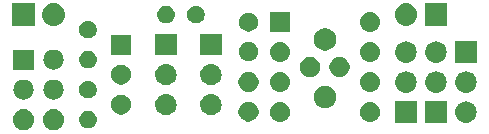
<source format=gbr>
G04 #@! TF.GenerationSoftware,KiCad,Pcbnew,(5.0.2)-1*
G04 #@! TF.CreationDate,2019-01-06T14:15:55+01:00*
G04 #@! TF.ProjectId,Xany2Msx,58616e79-324d-4737-982e-6b696361645f,rev?*
G04 #@! TF.SameCoordinates,Original*
G04 #@! TF.FileFunction,Soldermask,Top*
G04 #@! TF.FilePolarity,Negative*
%FSLAX46Y46*%
G04 Gerber Fmt 4.6, Leading zero omitted, Abs format (unit mm)*
G04 Created by KiCad (PCBNEW (5.0.2)-1) date 06/01/2019 14:15:55*
%MOMM*%
%LPD*%
G01*
G04 APERTURE LIST*
%ADD10C,0.100000*%
G04 APERTURE END LIST*
D10*
G36*
X104885442Y-94355518D02*
X104951627Y-94362037D01*
X105064853Y-94396384D01*
X105121467Y-94413557D01*
X105186239Y-94448179D01*
X105277991Y-94497222D01*
X105308769Y-94522481D01*
X105415186Y-94609814D01*
X105498448Y-94711271D01*
X105527778Y-94747009D01*
X105527779Y-94747011D01*
X105611443Y-94903533D01*
X105611443Y-94903534D01*
X105662963Y-95073373D01*
X105680359Y-95250000D01*
X105662963Y-95426627D01*
X105654754Y-95453687D01*
X105611443Y-95596467D01*
X105572538Y-95669252D01*
X105527778Y-95752991D01*
X105502653Y-95783606D01*
X105415186Y-95890186D01*
X105345725Y-95947190D01*
X105277991Y-96002778D01*
X105277989Y-96002779D01*
X105121467Y-96086443D01*
X105064853Y-96103616D01*
X104951627Y-96137963D01*
X104885443Y-96144481D01*
X104819260Y-96151000D01*
X104730740Y-96151000D01*
X104664558Y-96144482D01*
X104598373Y-96137963D01*
X104485147Y-96103616D01*
X104428533Y-96086443D01*
X104272011Y-96002779D01*
X104272009Y-96002778D01*
X104204275Y-95947190D01*
X104134814Y-95890186D01*
X104047347Y-95783606D01*
X104022222Y-95752991D01*
X103977462Y-95669252D01*
X103938557Y-95596467D01*
X103895246Y-95453687D01*
X103887037Y-95426627D01*
X103869641Y-95250000D01*
X103887037Y-95073373D01*
X103938557Y-94903534D01*
X103938557Y-94903533D01*
X104022221Y-94747011D01*
X104022222Y-94747009D01*
X104051552Y-94711271D01*
X104134814Y-94609814D01*
X104241231Y-94522481D01*
X104272009Y-94497222D01*
X104363761Y-94448179D01*
X104428533Y-94413557D01*
X104485147Y-94396384D01*
X104598373Y-94362037D01*
X104664558Y-94355518D01*
X104730740Y-94349000D01*
X104819260Y-94349000D01*
X104885442Y-94355518D01*
X104885442Y-94355518D01*
G37*
G36*
X102345442Y-94355518D02*
X102411627Y-94362037D01*
X102524853Y-94396384D01*
X102581467Y-94413557D01*
X102646239Y-94448179D01*
X102737991Y-94497222D01*
X102768769Y-94522481D01*
X102875186Y-94609814D01*
X102958448Y-94711271D01*
X102987778Y-94747009D01*
X102987779Y-94747011D01*
X103071443Y-94903533D01*
X103071443Y-94903534D01*
X103122963Y-95073373D01*
X103140359Y-95250000D01*
X103122963Y-95426627D01*
X103114754Y-95453687D01*
X103071443Y-95596467D01*
X103032538Y-95669252D01*
X102987778Y-95752991D01*
X102962653Y-95783606D01*
X102875186Y-95890186D01*
X102805725Y-95947190D01*
X102737991Y-96002778D01*
X102737989Y-96002779D01*
X102581467Y-96086443D01*
X102524853Y-96103616D01*
X102411627Y-96137963D01*
X102345443Y-96144481D01*
X102279260Y-96151000D01*
X102190740Y-96151000D01*
X102124558Y-96144482D01*
X102058373Y-96137963D01*
X101945147Y-96103616D01*
X101888533Y-96086443D01*
X101732011Y-96002779D01*
X101732009Y-96002778D01*
X101664275Y-95947190D01*
X101594814Y-95890186D01*
X101507347Y-95783606D01*
X101482222Y-95752991D01*
X101437462Y-95669252D01*
X101398557Y-95596467D01*
X101355246Y-95453687D01*
X101347037Y-95426627D01*
X101329641Y-95250000D01*
X101347037Y-95073373D01*
X101398557Y-94903534D01*
X101398557Y-94903533D01*
X101482221Y-94747011D01*
X101482222Y-94747009D01*
X101511552Y-94711271D01*
X101594814Y-94609814D01*
X101701231Y-94522481D01*
X101732009Y-94497222D01*
X101823761Y-94448179D01*
X101888533Y-94413557D01*
X101945147Y-94396384D01*
X102058373Y-94362037D01*
X102124558Y-94355518D01*
X102190740Y-94349000D01*
X102279260Y-94349000D01*
X102345442Y-94355518D01*
X102345442Y-94355518D01*
G37*
G36*
X107769665Y-94502622D02*
X107843222Y-94509867D01*
X107984786Y-94552810D01*
X108115252Y-94622546D01*
X108229606Y-94716394D01*
X108323454Y-94830748D01*
X108393190Y-94961214D01*
X108436133Y-95102778D01*
X108450633Y-95250000D01*
X108436133Y-95397222D01*
X108393190Y-95538786D01*
X108323454Y-95669252D01*
X108229606Y-95783606D01*
X108115252Y-95877454D01*
X107984786Y-95947190D01*
X107843222Y-95990133D01*
X107769665Y-95997378D01*
X107732888Y-96001000D01*
X107659112Y-96001000D01*
X107622335Y-95997378D01*
X107548778Y-95990133D01*
X107407214Y-95947190D01*
X107276748Y-95877454D01*
X107162394Y-95783606D01*
X107068546Y-95669252D01*
X106998810Y-95538786D01*
X106955867Y-95397222D01*
X106941367Y-95250000D01*
X106955867Y-95102778D01*
X106998810Y-94961214D01*
X107068546Y-94830748D01*
X107162394Y-94716394D01*
X107276748Y-94622546D01*
X107407214Y-94552810D01*
X107548778Y-94509867D01*
X107622335Y-94502622D01*
X107659112Y-94499000D01*
X107732888Y-94499000D01*
X107769665Y-94502622D01*
X107769665Y-94502622D01*
G37*
G36*
X135521000Y-95516000D02*
X133719000Y-95516000D01*
X133719000Y-93714000D01*
X135521000Y-93714000D01*
X135521000Y-95516000D01*
X135521000Y-95516000D01*
G37*
G36*
X138061000Y-95516000D02*
X136259000Y-95516000D01*
X136259000Y-93714000D01*
X138061000Y-93714000D01*
X138061000Y-95516000D01*
X138061000Y-95516000D01*
G37*
G36*
X139810443Y-93720519D02*
X139876627Y-93727037D01*
X139974423Y-93756703D01*
X140046467Y-93778557D01*
X140133311Y-93824977D01*
X140202991Y-93862222D01*
X140238729Y-93891552D01*
X140340186Y-93974814D01*
X140413227Y-94063816D01*
X140452778Y-94112009D01*
X140452779Y-94112011D01*
X140536443Y-94268533D01*
X140544775Y-94296000D01*
X140587963Y-94438373D01*
X140605359Y-94615000D01*
X140587963Y-94791627D01*
X140576019Y-94831000D01*
X140536443Y-94961467D01*
X140527552Y-94978100D01*
X140452778Y-95117991D01*
X140423448Y-95153729D01*
X140340186Y-95255186D01*
X140250064Y-95329146D01*
X140202991Y-95367778D01*
X140202989Y-95367779D01*
X140046467Y-95451443D01*
X140039069Y-95453687D01*
X139876627Y-95502963D01*
X139810443Y-95509481D01*
X139744260Y-95516000D01*
X139655740Y-95516000D01*
X139589557Y-95509481D01*
X139523373Y-95502963D01*
X139360931Y-95453687D01*
X139353533Y-95451443D01*
X139197011Y-95367779D01*
X139197009Y-95367778D01*
X139149936Y-95329146D01*
X139059814Y-95255186D01*
X138976552Y-95153729D01*
X138947222Y-95117991D01*
X138872448Y-94978100D01*
X138863557Y-94961467D01*
X138823981Y-94831000D01*
X138812037Y-94791627D01*
X138794641Y-94615000D01*
X138812037Y-94438373D01*
X138855225Y-94296000D01*
X138863557Y-94268533D01*
X138947221Y-94112011D01*
X138947222Y-94112009D01*
X138986773Y-94063816D01*
X139059814Y-93974814D01*
X139161271Y-93891552D01*
X139197009Y-93862222D01*
X139266689Y-93824977D01*
X139353533Y-93778557D01*
X139425577Y-93756703D01*
X139523373Y-93727037D01*
X139589558Y-93720518D01*
X139655740Y-93714000D01*
X139744260Y-93714000D01*
X139810443Y-93720519D01*
X139810443Y-93720519D01*
G37*
G36*
X124118821Y-93776313D02*
X124118824Y-93776314D01*
X124118825Y-93776314D01*
X124279239Y-93824975D01*
X124279241Y-93824976D01*
X124279244Y-93824977D01*
X124427078Y-93903995D01*
X124556659Y-94010341D01*
X124663005Y-94139922D01*
X124742023Y-94287756D01*
X124742024Y-94287759D01*
X124742025Y-94287761D01*
X124787713Y-94438375D01*
X124790687Y-94448179D01*
X124807117Y-94615000D01*
X124790687Y-94781821D01*
X124790686Y-94781824D01*
X124790686Y-94781825D01*
X124760602Y-94881000D01*
X124742023Y-94942244D01*
X124663005Y-95090078D01*
X124556659Y-95219659D01*
X124427078Y-95326005D01*
X124279244Y-95405023D01*
X124279241Y-95405024D01*
X124279239Y-95405025D01*
X124118825Y-95453686D01*
X124118824Y-95453686D01*
X124118821Y-95453687D01*
X123993804Y-95466000D01*
X123910196Y-95466000D01*
X123785179Y-95453687D01*
X123785176Y-95453686D01*
X123785175Y-95453686D01*
X123624761Y-95405025D01*
X123624759Y-95405024D01*
X123624756Y-95405023D01*
X123476922Y-95326005D01*
X123347341Y-95219659D01*
X123240995Y-95090078D01*
X123161977Y-94942244D01*
X123143399Y-94881000D01*
X123113314Y-94781825D01*
X123113314Y-94781824D01*
X123113313Y-94781821D01*
X123096883Y-94615000D01*
X123113313Y-94448179D01*
X123116287Y-94438375D01*
X123161975Y-94287761D01*
X123161976Y-94287759D01*
X123161977Y-94287756D01*
X123240995Y-94139922D01*
X123347341Y-94010341D01*
X123476922Y-93903995D01*
X123624756Y-93824977D01*
X123624759Y-93824976D01*
X123624761Y-93824975D01*
X123785175Y-93776314D01*
X123785176Y-93776314D01*
X123785179Y-93776313D01*
X123910196Y-93764000D01*
X123993804Y-93764000D01*
X124118821Y-93776313D01*
X124118821Y-93776313D01*
G37*
G36*
X131738821Y-93776313D02*
X131738824Y-93776314D01*
X131738825Y-93776314D01*
X131899239Y-93824975D01*
X131899241Y-93824976D01*
X131899244Y-93824977D01*
X132047078Y-93903995D01*
X132176659Y-94010341D01*
X132283005Y-94139922D01*
X132362023Y-94287756D01*
X132362024Y-94287759D01*
X132362025Y-94287761D01*
X132407713Y-94438375D01*
X132410687Y-94448179D01*
X132427117Y-94615000D01*
X132410687Y-94781821D01*
X132410686Y-94781824D01*
X132410686Y-94781825D01*
X132380602Y-94881000D01*
X132362023Y-94942244D01*
X132283005Y-95090078D01*
X132176659Y-95219659D01*
X132047078Y-95326005D01*
X131899244Y-95405023D01*
X131899241Y-95405024D01*
X131899239Y-95405025D01*
X131738825Y-95453686D01*
X131738824Y-95453686D01*
X131738821Y-95453687D01*
X131613804Y-95466000D01*
X131530196Y-95466000D01*
X131405179Y-95453687D01*
X131405176Y-95453686D01*
X131405175Y-95453686D01*
X131244761Y-95405025D01*
X131244759Y-95405024D01*
X131244756Y-95405023D01*
X131096922Y-95326005D01*
X130967341Y-95219659D01*
X130860995Y-95090078D01*
X130781977Y-94942244D01*
X130763399Y-94881000D01*
X130733314Y-94781825D01*
X130733314Y-94781824D01*
X130733313Y-94781821D01*
X130716883Y-94615000D01*
X130733313Y-94448179D01*
X130736287Y-94438375D01*
X130781975Y-94287761D01*
X130781976Y-94287759D01*
X130781977Y-94287756D01*
X130860995Y-94139922D01*
X130967341Y-94010341D01*
X131096922Y-93903995D01*
X131244756Y-93824977D01*
X131244759Y-93824976D01*
X131244761Y-93824975D01*
X131405175Y-93776314D01*
X131405176Y-93776314D01*
X131405179Y-93776313D01*
X131530196Y-93764000D01*
X131613804Y-93764000D01*
X131738821Y-93776313D01*
X131738821Y-93776313D01*
G37*
G36*
X121533228Y-93756703D02*
X121688100Y-93820853D01*
X121827481Y-93913985D01*
X121946015Y-94032519D01*
X122039147Y-94171900D01*
X122103297Y-94326772D01*
X122136000Y-94491184D01*
X122136000Y-94658816D01*
X122103297Y-94823228D01*
X122039147Y-94978100D01*
X121946015Y-95117481D01*
X121827481Y-95236015D01*
X121688100Y-95329147D01*
X121533228Y-95393297D01*
X121368816Y-95426000D01*
X121201184Y-95426000D01*
X121036772Y-95393297D01*
X120881900Y-95329147D01*
X120742519Y-95236015D01*
X120623985Y-95117481D01*
X120530853Y-94978100D01*
X120466703Y-94823228D01*
X120434000Y-94658816D01*
X120434000Y-94491184D01*
X120466703Y-94326772D01*
X120530853Y-94171900D01*
X120623985Y-94032519D01*
X120742519Y-93913985D01*
X120881900Y-93820853D01*
X121036772Y-93756703D01*
X121201184Y-93724000D01*
X121368816Y-93724000D01*
X121533228Y-93756703D01*
X121533228Y-93756703D01*
G37*
G36*
X114410443Y-93085519D02*
X114476627Y-93092037D01*
X114589853Y-93126384D01*
X114646467Y-93143557D01*
X114730993Y-93188738D01*
X114802991Y-93227222D01*
X114838729Y-93256552D01*
X114940186Y-93339814D01*
X115015955Y-93432140D01*
X115052778Y-93477009D01*
X115052779Y-93477011D01*
X115136443Y-93633533D01*
X115136443Y-93633534D01*
X115187963Y-93803373D01*
X115205359Y-93980000D01*
X115187963Y-94156627D01*
X115178517Y-94187765D01*
X115136443Y-94326467D01*
X115089892Y-94413557D01*
X115052778Y-94482991D01*
X115030721Y-94509867D01*
X114940186Y-94620186D01*
X114838729Y-94703448D01*
X114802991Y-94732778D01*
X114802989Y-94732779D01*
X114646467Y-94816443D01*
X114624099Y-94823228D01*
X114476627Y-94867963D01*
X114410443Y-94874481D01*
X114344260Y-94881000D01*
X114255740Y-94881000D01*
X114189557Y-94874481D01*
X114123373Y-94867963D01*
X113975901Y-94823228D01*
X113953533Y-94816443D01*
X113797011Y-94732779D01*
X113797009Y-94732778D01*
X113761271Y-94703448D01*
X113659814Y-94620186D01*
X113569279Y-94509867D01*
X113547222Y-94482991D01*
X113510108Y-94413557D01*
X113463557Y-94326467D01*
X113421483Y-94187765D01*
X113412037Y-94156627D01*
X113394641Y-93980000D01*
X113412037Y-93803373D01*
X113463557Y-93633534D01*
X113463557Y-93633533D01*
X113547221Y-93477011D01*
X113547222Y-93477009D01*
X113584045Y-93432140D01*
X113659814Y-93339814D01*
X113761271Y-93256552D01*
X113797009Y-93227222D01*
X113869007Y-93188738D01*
X113953533Y-93143557D01*
X114010147Y-93126384D01*
X114123373Y-93092037D01*
X114189557Y-93085519D01*
X114255740Y-93079000D01*
X114344260Y-93079000D01*
X114410443Y-93085519D01*
X114410443Y-93085519D01*
G37*
G36*
X118220443Y-93085519D02*
X118286627Y-93092037D01*
X118399853Y-93126384D01*
X118456467Y-93143557D01*
X118540993Y-93188738D01*
X118612991Y-93227222D01*
X118648729Y-93256552D01*
X118750186Y-93339814D01*
X118825955Y-93432140D01*
X118862778Y-93477009D01*
X118862779Y-93477011D01*
X118946443Y-93633533D01*
X118946443Y-93633534D01*
X118997963Y-93803373D01*
X119015359Y-93980000D01*
X118997963Y-94156627D01*
X118988517Y-94187765D01*
X118946443Y-94326467D01*
X118899892Y-94413557D01*
X118862778Y-94482991D01*
X118840721Y-94509867D01*
X118750186Y-94620186D01*
X118648729Y-94703448D01*
X118612991Y-94732778D01*
X118612989Y-94732779D01*
X118456467Y-94816443D01*
X118434099Y-94823228D01*
X118286627Y-94867963D01*
X118220443Y-94874481D01*
X118154260Y-94881000D01*
X118065740Y-94881000D01*
X117999557Y-94874481D01*
X117933373Y-94867963D01*
X117785901Y-94823228D01*
X117763533Y-94816443D01*
X117607011Y-94732779D01*
X117607009Y-94732778D01*
X117571271Y-94703448D01*
X117469814Y-94620186D01*
X117379279Y-94509867D01*
X117357222Y-94482991D01*
X117320108Y-94413557D01*
X117273557Y-94326467D01*
X117231483Y-94187765D01*
X117222037Y-94156627D01*
X117204641Y-93980000D01*
X117222037Y-93803373D01*
X117273557Y-93633534D01*
X117273557Y-93633533D01*
X117357221Y-93477011D01*
X117357222Y-93477009D01*
X117394045Y-93432140D01*
X117469814Y-93339814D01*
X117571271Y-93256552D01*
X117607009Y-93227222D01*
X117679007Y-93188738D01*
X117763533Y-93143557D01*
X117820147Y-93126384D01*
X117933373Y-93092037D01*
X117999557Y-93085519D01*
X118065740Y-93079000D01*
X118154260Y-93079000D01*
X118220443Y-93085519D01*
X118220443Y-93085519D01*
G37*
G36*
X110738228Y-93161703D02*
X110893100Y-93225853D01*
X111032481Y-93318985D01*
X111151015Y-93437519D01*
X111244147Y-93576900D01*
X111308297Y-93731772D01*
X111341000Y-93896184D01*
X111341000Y-94063816D01*
X111308297Y-94228228D01*
X111244147Y-94383100D01*
X111151015Y-94522481D01*
X111032481Y-94641015D01*
X110893100Y-94734147D01*
X110738228Y-94798297D01*
X110573816Y-94831000D01*
X110406184Y-94831000D01*
X110241772Y-94798297D01*
X110086900Y-94734147D01*
X109947519Y-94641015D01*
X109828985Y-94522481D01*
X109735853Y-94383100D01*
X109671703Y-94228228D01*
X109639000Y-94063816D01*
X109639000Y-93896184D01*
X109671703Y-93731772D01*
X109735853Y-93576900D01*
X109828985Y-93437519D01*
X109947519Y-93318985D01*
X110086900Y-93225853D01*
X110241772Y-93161703D01*
X110406184Y-93129000D01*
X110573816Y-93129000D01*
X110738228Y-93161703D01*
X110738228Y-93161703D01*
G37*
G36*
X128039396Y-92430546D02*
X128212466Y-92502234D01*
X128368230Y-92606312D01*
X128500688Y-92738770D01*
X128604766Y-92894534D01*
X128676454Y-93067604D01*
X128713000Y-93251333D01*
X128713000Y-93438667D01*
X128676454Y-93622396D01*
X128604766Y-93795466D01*
X128500688Y-93951230D01*
X128368230Y-94083688D01*
X128212466Y-94187766D01*
X128039396Y-94259454D01*
X127855667Y-94296000D01*
X127668333Y-94296000D01*
X127484604Y-94259454D01*
X127311534Y-94187766D01*
X127155770Y-94083688D01*
X127023312Y-93951230D01*
X126919234Y-93795466D01*
X126847546Y-93622396D01*
X126811000Y-93438667D01*
X126811000Y-93251333D01*
X126847546Y-93067604D01*
X126919234Y-92894534D01*
X127023312Y-92738770D01*
X127155770Y-92606312D01*
X127311534Y-92502234D01*
X127484604Y-92430546D01*
X127668333Y-92394000D01*
X127855667Y-92394000D01*
X128039396Y-92430546D01*
X128039396Y-92430546D01*
G37*
G36*
X102401821Y-91871313D02*
X102401824Y-91871314D01*
X102401825Y-91871314D01*
X102562239Y-91919975D01*
X102562241Y-91919976D01*
X102562244Y-91919977D01*
X102710078Y-91998995D01*
X102839659Y-92105341D01*
X102946005Y-92234922D01*
X103025023Y-92382756D01*
X103025024Y-92382759D01*
X103025025Y-92382761D01*
X103061267Y-92502235D01*
X103073687Y-92543179D01*
X103090117Y-92710000D01*
X103073687Y-92876821D01*
X103073686Y-92876824D01*
X103073686Y-92876825D01*
X103043602Y-92976000D01*
X103025023Y-93037244D01*
X102946005Y-93185078D01*
X102839659Y-93314659D01*
X102710078Y-93421005D01*
X102562244Y-93500023D01*
X102562241Y-93500024D01*
X102562239Y-93500025D01*
X102401825Y-93548686D01*
X102401824Y-93548686D01*
X102401821Y-93548687D01*
X102276804Y-93561000D01*
X102193196Y-93561000D01*
X102068179Y-93548687D01*
X102068176Y-93548686D01*
X102068175Y-93548686D01*
X101907761Y-93500025D01*
X101907759Y-93500024D01*
X101907756Y-93500023D01*
X101759922Y-93421005D01*
X101630341Y-93314659D01*
X101523995Y-93185078D01*
X101444977Y-93037244D01*
X101426399Y-92976000D01*
X101396314Y-92876825D01*
X101396314Y-92876824D01*
X101396313Y-92876821D01*
X101379883Y-92710000D01*
X101396313Y-92543179D01*
X101408733Y-92502235D01*
X101444975Y-92382761D01*
X101444976Y-92382759D01*
X101444977Y-92382756D01*
X101523995Y-92234922D01*
X101630341Y-92105341D01*
X101759922Y-91998995D01*
X101907756Y-91919977D01*
X101907759Y-91919976D01*
X101907761Y-91919975D01*
X102068175Y-91871314D01*
X102068176Y-91871314D01*
X102068179Y-91871313D01*
X102193196Y-91859000D01*
X102276804Y-91859000D01*
X102401821Y-91871313D01*
X102401821Y-91871313D01*
G37*
G36*
X104941821Y-91871313D02*
X104941824Y-91871314D01*
X104941825Y-91871314D01*
X105102239Y-91919975D01*
X105102241Y-91919976D01*
X105102244Y-91919977D01*
X105250078Y-91998995D01*
X105379659Y-92105341D01*
X105486005Y-92234922D01*
X105565023Y-92382756D01*
X105565024Y-92382759D01*
X105565025Y-92382761D01*
X105601267Y-92502235D01*
X105613687Y-92543179D01*
X105630117Y-92710000D01*
X105613687Y-92876821D01*
X105613686Y-92876824D01*
X105613686Y-92876825D01*
X105583602Y-92976000D01*
X105565023Y-93037244D01*
X105486005Y-93185078D01*
X105379659Y-93314659D01*
X105250078Y-93421005D01*
X105102244Y-93500023D01*
X105102241Y-93500024D01*
X105102239Y-93500025D01*
X104941825Y-93548686D01*
X104941824Y-93548686D01*
X104941821Y-93548687D01*
X104816804Y-93561000D01*
X104733196Y-93561000D01*
X104608179Y-93548687D01*
X104608176Y-93548686D01*
X104608175Y-93548686D01*
X104447761Y-93500025D01*
X104447759Y-93500024D01*
X104447756Y-93500023D01*
X104299922Y-93421005D01*
X104170341Y-93314659D01*
X104063995Y-93185078D01*
X103984977Y-93037244D01*
X103966399Y-92976000D01*
X103936314Y-92876825D01*
X103936314Y-92876824D01*
X103936313Y-92876821D01*
X103919883Y-92710000D01*
X103936313Y-92543179D01*
X103948733Y-92502235D01*
X103984975Y-92382761D01*
X103984976Y-92382759D01*
X103984977Y-92382756D01*
X104063995Y-92234922D01*
X104170341Y-92105341D01*
X104299922Y-91998995D01*
X104447756Y-91919977D01*
X104447759Y-91919976D01*
X104447761Y-91919975D01*
X104608175Y-91871314D01*
X104608176Y-91871314D01*
X104608179Y-91871313D01*
X104733196Y-91859000D01*
X104816804Y-91859000D01*
X104941821Y-91871313D01*
X104941821Y-91871313D01*
G37*
G36*
X107828004Y-91970544D02*
X107915059Y-91987860D01*
X108051732Y-92044472D01*
X108142829Y-92105341D01*
X108174738Y-92126662D01*
X108279338Y-92231262D01*
X108279340Y-92231265D01*
X108361528Y-92354268D01*
X108418140Y-92490941D01*
X108429903Y-92550078D01*
X108447000Y-92636031D01*
X108447000Y-92783969D01*
X108438014Y-92829146D01*
X108418140Y-92929059D01*
X108361528Y-93065732D01*
X108281784Y-93185078D01*
X108279338Y-93188738D01*
X108174738Y-93293338D01*
X108174735Y-93293340D01*
X108051732Y-93375528D01*
X107915059Y-93432140D01*
X107828004Y-93449456D01*
X107769969Y-93461000D01*
X107622031Y-93461000D01*
X107563996Y-93449456D01*
X107476941Y-93432140D01*
X107340268Y-93375528D01*
X107217265Y-93293340D01*
X107217262Y-93293338D01*
X107112662Y-93188738D01*
X107110216Y-93185078D01*
X107030472Y-93065732D01*
X106973860Y-92929059D01*
X106953986Y-92829146D01*
X106945000Y-92783969D01*
X106945000Y-92636031D01*
X106962097Y-92550078D01*
X106973860Y-92490941D01*
X107030472Y-92354268D01*
X107112660Y-92231265D01*
X107112662Y-92231262D01*
X107217262Y-92126662D01*
X107249171Y-92105341D01*
X107340268Y-92044472D01*
X107476941Y-91987860D01*
X107563996Y-91970544D01*
X107622031Y-91959000D01*
X107769969Y-91959000D01*
X107828004Y-91970544D01*
X107828004Y-91970544D01*
G37*
G36*
X139810442Y-91180518D02*
X139876627Y-91187037D01*
X139989853Y-91221384D01*
X140046467Y-91238557D01*
X140133311Y-91284977D01*
X140202991Y-91322222D01*
X140233769Y-91347481D01*
X140340186Y-91434814D01*
X140413227Y-91523816D01*
X140452778Y-91572009D01*
X140452779Y-91572011D01*
X140536443Y-91728533D01*
X140553616Y-91785147D01*
X140587963Y-91898373D01*
X140605359Y-92075000D01*
X140587963Y-92251627D01*
X140556827Y-92354268D01*
X140536443Y-92421467D01*
X140499308Y-92490941D01*
X140452778Y-92577991D01*
X140429537Y-92606310D01*
X140340186Y-92715186D01*
X140238729Y-92798448D01*
X140202991Y-92827778D01*
X140202989Y-92827779D01*
X140046467Y-92911443D01*
X140039069Y-92913687D01*
X139876627Y-92962963D01*
X139810442Y-92969482D01*
X139744260Y-92976000D01*
X139655740Y-92976000D01*
X139589558Y-92969482D01*
X139523373Y-92962963D01*
X139360931Y-92913687D01*
X139353533Y-92911443D01*
X139197011Y-92827779D01*
X139197009Y-92827778D01*
X139161271Y-92798448D01*
X139059814Y-92715186D01*
X138970463Y-92606310D01*
X138947222Y-92577991D01*
X138900692Y-92490941D01*
X138863557Y-92421467D01*
X138843173Y-92354268D01*
X138812037Y-92251627D01*
X138794641Y-92075000D01*
X138812037Y-91898373D01*
X138846384Y-91785147D01*
X138863557Y-91728533D01*
X138947221Y-91572011D01*
X138947222Y-91572009D01*
X138986773Y-91523816D01*
X139059814Y-91434814D01*
X139166231Y-91347481D01*
X139197009Y-91322222D01*
X139266689Y-91284977D01*
X139353533Y-91238557D01*
X139410147Y-91221384D01*
X139523373Y-91187037D01*
X139589558Y-91180518D01*
X139655740Y-91174000D01*
X139744260Y-91174000D01*
X139810442Y-91180518D01*
X139810442Y-91180518D01*
G37*
G36*
X134730442Y-91180518D02*
X134796627Y-91187037D01*
X134909853Y-91221384D01*
X134966467Y-91238557D01*
X135053311Y-91284977D01*
X135122991Y-91322222D01*
X135153769Y-91347481D01*
X135260186Y-91434814D01*
X135333227Y-91523816D01*
X135372778Y-91572009D01*
X135372779Y-91572011D01*
X135456443Y-91728533D01*
X135473616Y-91785147D01*
X135507963Y-91898373D01*
X135525359Y-92075000D01*
X135507963Y-92251627D01*
X135476827Y-92354268D01*
X135456443Y-92421467D01*
X135419308Y-92490941D01*
X135372778Y-92577991D01*
X135349537Y-92606310D01*
X135260186Y-92715186D01*
X135158729Y-92798448D01*
X135122991Y-92827778D01*
X135122989Y-92827779D01*
X134966467Y-92911443D01*
X134959069Y-92913687D01*
X134796627Y-92962963D01*
X134730442Y-92969482D01*
X134664260Y-92976000D01*
X134575740Y-92976000D01*
X134509558Y-92969482D01*
X134443373Y-92962963D01*
X134280931Y-92913687D01*
X134273533Y-92911443D01*
X134117011Y-92827779D01*
X134117009Y-92827778D01*
X134081271Y-92798448D01*
X133979814Y-92715186D01*
X133890463Y-92606310D01*
X133867222Y-92577991D01*
X133820692Y-92490941D01*
X133783557Y-92421467D01*
X133763173Y-92354268D01*
X133732037Y-92251627D01*
X133714641Y-92075000D01*
X133732037Y-91898373D01*
X133766384Y-91785147D01*
X133783557Y-91728533D01*
X133867221Y-91572011D01*
X133867222Y-91572009D01*
X133906773Y-91523816D01*
X133979814Y-91434814D01*
X134086231Y-91347481D01*
X134117009Y-91322222D01*
X134186689Y-91284977D01*
X134273533Y-91238557D01*
X134330147Y-91221384D01*
X134443373Y-91187037D01*
X134509558Y-91180518D01*
X134575740Y-91174000D01*
X134664260Y-91174000D01*
X134730442Y-91180518D01*
X134730442Y-91180518D01*
G37*
G36*
X137270442Y-91180518D02*
X137336627Y-91187037D01*
X137449853Y-91221384D01*
X137506467Y-91238557D01*
X137593311Y-91284977D01*
X137662991Y-91322222D01*
X137693769Y-91347481D01*
X137800186Y-91434814D01*
X137873227Y-91523816D01*
X137912778Y-91572009D01*
X137912779Y-91572011D01*
X137996443Y-91728533D01*
X138013616Y-91785147D01*
X138047963Y-91898373D01*
X138065359Y-92075000D01*
X138047963Y-92251627D01*
X138016827Y-92354268D01*
X137996443Y-92421467D01*
X137959308Y-92490941D01*
X137912778Y-92577991D01*
X137889537Y-92606310D01*
X137800186Y-92715186D01*
X137698729Y-92798448D01*
X137662991Y-92827778D01*
X137662989Y-92827779D01*
X137506467Y-92911443D01*
X137499069Y-92913687D01*
X137336627Y-92962963D01*
X137270442Y-92969482D01*
X137204260Y-92976000D01*
X137115740Y-92976000D01*
X137049558Y-92969482D01*
X136983373Y-92962963D01*
X136820931Y-92913687D01*
X136813533Y-92911443D01*
X136657011Y-92827779D01*
X136657009Y-92827778D01*
X136621271Y-92798448D01*
X136519814Y-92715186D01*
X136430463Y-92606310D01*
X136407222Y-92577991D01*
X136360692Y-92490941D01*
X136323557Y-92421467D01*
X136303173Y-92354268D01*
X136272037Y-92251627D01*
X136254641Y-92075000D01*
X136272037Y-91898373D01*
X136306384Y-91785147D01*
X136323557Y-91728533D01*
X136407221Y-91572011D01*
X136407222Y-91572009D01*
X136446773Y-91523816D01*
X136519814Y-91434814D01*
X136626231Y-91347481D01*
X136657009Y-91322222D01*
X136726689Y-91284977D01*
X136813533Y-91238557D01*
X136870147Y-91221384D01*
X136983373Y-91187037D01*
X137049558Y-91180518D01*
X137115740Y-91174000D01*
X137204260Y-91174000D01*
X137270442Y-91180518D01*
X137270442Y-91180518D01*
G37*
G36*
X131738821Y-91236313D02*
X131738824Y-91236314D01*
X131738825Y-91236314D01*
X131899239Y-91284975D01*
X131899241Y-91284976D01*
X131899244Y-91284977D01*
X132047078Y-91363995D01*
X132176659Y-91470341D01*
X132283005Y-91599922D01*
X132362023Y-91747756D01*
X132362024Y-91747759D01*
X132362025Y-91747761D01*
X132407713Y-91898375D01*
X132410687Y-91908179D01*
X132427117Y-92075000D01*
X132410687Y-92241821D01*
X132410686Y-92241824D01*
X132410686Y-92241825D01*
X132367934Y-92382761D01*
X132362023Y-92402244D01*
X132283005Y-92550078D01*
X132176659Y-92679659D01*
X132047078Y-92786005D01*
X131899244Y-92865023D01*
X131899241Y-92865024D01*
X131899239Y-92865025D01*
X131738825Y-92913686D01*
X131738824Y-92913686D01*
X131738821Y-92913687D01*
X131613804Y-92926000D01*
X131530196Y-92926000D01*
X131405179Y-92913687D01*
X131405176Y-92913686D01*
X131405175Y-92913686D01*
X131244761Y-92865025D01*
X131244759Y-92865024D01*
X131244756Y-92865023D01*
X131096922Y-92786005D01*
X130967341Y-92679659D01*
X130860995Y-92550078D01*
X130781977Y-92402244D01*
X130776067Y-92382761D01*
X130733314Y-92241825D01*
X130733314Y-92241824D01*
X130733313Y-92241821D01*
X130716883Y-92075000D01*
X130733313Y-91908179D01*
X130736287Y-91898375D01*
X130781975Y-91747761D01*
X130781976Y-91747759D01*
X130781977Y-91747756D01*
X130860995Y-91599922D01*
X130967341Y-91470341D01*
X131096922Y-91363995D01*
X131244756Y-91284977D01*
X131244759Y-91284976D01*
X131244761Y-91284975D01*
X131405175Y-91236314D01*
X131405176Y-91236314D01*
X131405179Y-91236313D01*
X131530196Y-91224000D01*
X131613804Y-91224000D01*
X131738821Y-91236313D01*
X131738821Y-91236313D01*
G37*
G36*
X121533228Y-91256703D02*
X121688100Y-91320853D01*
X121827481Y-91413985D01*
X121946015Y-91532519D01*
X122039147Y-91671900D01*
X122103297Y-91826772D01*
X122136000Y-91991184D01*
X122136000Y-92158816D01*
X122103297Y-92323228D01*
X122039147Y-92478100D01*
X121946015Y-92617481D01*
X121827481Y-92736015D01*
X121688100Y-92829147D01*
X121533228Y-92893297D01*
X121368816Y-92926000D01*
X121201184Y-92926000D01*
X121036772Y-92893297D01*
X120881900Y-92829147D01*
X120742519Y-92736015D01*
X120623985Y-92617481D01*
X120530853Y-92478100D01*
X120466703Y-92323228D01*
X120434000Y-92158816D01*
X120434000Y-91991184D01*
X120466703Y-91826772D01*
X120530853Y-91671900D01*
X120623985Y-91532519D01*
X120742519Y-91413985D01*
X120881900Y-91320853D01*
X121036772Y-91256703D01*
X121201184Y-91224000D01*
X121368816Y-91224000D01*
X121533228Y-91256703D01*
X121533228Y-91256703D01*
G37*
G36*
X124118821Y-91236313D02*
X124118824Y-91236314D01*
X124118825Y-91236314D01*
X124279239Y-91284975D01*
X124279241Y-91284976D01*
X124279244Y-91284977D01*
X124427078Y-91363995D01*
X124556659Y-91470341D01*
X124663005Y-91599922D01*
X124742023Y-91747756D01*
X124742024Y-91747759D01*
X124742025Y-91747761D01*
X124787713Y-91898375D01*
X124790687Y-91908179D01*
X124807117Y-92075000D01*
X124790687Y-92241821D01*
X124790686Y-92241824D01*
X124790686Y-92241825D01*
X124747934Y-92382761D01*
X124742023Y-92402244D01*
X124663005Y-92550078D01*
X124556659Y-92679659D01*
X124427078Y-92786005D01*
X124279244Y-92865023D01*
X124279241Y-92865024D01*
X124279239Y-92865025D01*
X124118825Y-92913686D01*
X124118824Y-92913686D01*
X124118821Y-92913687D01*
X123993804Y-92926000D01*
X123910196Y-92926000D01*
X123785179Y-92913687D01*
X123785176Y-92913686D01*
X123785175Y-92913686D01*
X123624761Y-92865025D01*
X123624759Y-92865024D01*
X123624756Y-92865023D01*
X123476922Y-92786005D01*
X123347341Y-92679659D01*
X123240995Y-92550078D01*
X123161977Y-92402244D01*
X123156067Y-92382761D01*
X123113314Y-92241825D01*
X123113314Y-92241824D01*
X123113313Y-92241821D01*
X123096883Y-92075000D01*
X123113313Y-91908179D01*
X123116287Y-91898375D01*
X123161975Y-91747761D01*
X123161976Y-91747759D01*
X123161977Y-91747756D01*
X123240995Y-91599922D01*
X123347341Y-91470341D01*
X123476922Y-91363995D01*
X123624756Y-91284977D01*
X123624759Y-91284976D01*
X123624761Y-91284975D01*
X123785175Y-91236314D01*
X123785176Y-91236314D01*
X123785179Y-91236313D01*
X123910196Y-91224000D01*
X123993804Y-91224000D01*
X124118821Y-91236313D01*
X124118821Y-91236313D01*
G37*
G36*
X114410443Y-90545519D02*
X114476627Y-90552037D01*
X114589853Y-90586384D01*
X114646467Y-90603557D01*
X114724146Y-90645078D01*
X114802991Y-90687222D01*
X114838729Y-90716552D01*
X114940186Y-90799814D01*
X115013226Y-90888815D01*
X115052778Y-90937009D01*
X115052779Y-90937011D01*
X115136443Y-91093533D01*
X115136443Y-91093534D01*
X115187963Y-91263373D01*
X115205359Y-91440000D01*
X115187963Y-91616627D01*
X115176019Y-91656000D01*
X115136443Y-91786467D01*
X115076627Y-91898373D01*
X115052778Y-91942991D01*
X115023448Y-91978729D01*
X114940186Y-92080186D01*
X114844374Y-92158816D01*
X114802991Y-92192778D01*
X114802989Y-92192779D01*
X114646467Y-92276443D01*
X114598478Y-92291000D01*
X114476627Y-92327963D01*
X114410443Y-92334481D01*
X114344260Y-92341000D01*
X114255740Y-92341000D01*
X114189557Y-92334481D01*
X114123373Y-92327963D01*
X114001522Y-92291000D01*
X113953533Y-92276443D01*
X113797011Y-92192779D01*
X113797009Y-92192778D01*
X113755626Y-92158816D01*
X113659814Y-92080186D01*
X113576552Y-91978729D01*
X113547222Y-91942991D01*
X113523373Y-91898373D01*
X113463557Y-91786467D01*
X113423981Y-91656000D01*
X113412037Y-91616627D01*
X113394641Y-91440000D01*
X113412037Y-91263373D01*
X113463557Y-91093534D01*
X113463557Y-91093533D01*
X113547221Y-90937011D01*
X113547222Y-90937009D01*
X113586774Y-90888815D01*
X113659814Y-90799814D01*
X113761271Y-90716552D01*
X113797009Y-90687222D01*
X113875854Y-90645078D01*
X113953533Y-90603557D01*
X114010147Y-90586384D01*
X114123373Y-90552037D01*
X114189557Y-90545519D01*
X114255740Y-90539000D01*
X114344260Y-90539000D01*
X114410443Y-90545519D01*
X114410443Y-90545519D01*
G37*
G36*
X118220443Y-90545519D02*
X118286627Y-90552037D01*
X118399853Y-90586384D01*
X118456467Y-90603557D01*
X118534146Y-90645078D01*
X118612991Y-90687222D01*
X118648729Y-90716552D01*
X118750186Y-90799814D01*
X118823226Y-90888815D01*
X118862778Y-90937009D01*
X118862779Y-90937011D01*
X118946443Y-91093533D01*
X118946443Y-91093534D01*
X118997963Y-91263373D01*
X119015359Y-91440000D01*
X118997963Y-91616627D01*
X118986019Y-91656000D01*
X118946443Y-91786467D01*
X118886627Y-91898373D01*
X118862778Y-91942991D01*
X118833448Y-91978729D01*
X118750186Y-92080186D01*
X118654374Y-92158816D01*
X118612991Y-92192778D01*
X118612989Y-92192779D01*
X118456467Y-92276443D01*
X118408478Y-92291000D01*
X118286627Y-92327963D01*
X118220443Y-92334481D01*
X118154260Y-92341000D01*
X118065740Y-92341000D01*
X117999557Y-92334481D01*
X117933373Y-92327963D01*
X117811522Y-92291000D01*
X117763533Y-92276443D01*
X117607011Y-92192779D01*
X117607009Y-92192778D01*
X117565626Y-92158816D01*
X117469814Y-92080186D01*
X117386552Y-91978729D01*
X117357222Y-91942991D01*
X117333373Y-91898373D01*
X117273557Y-91786467D01*
X117233981Y-91656000D01*
X117222037Y-91616627D01*
X117204641Y-91440000D01*
X117222037Y-91263373D01*
X117273557Y-91093534D01*
X117273557Y-91093533D01*
X117357221Y-90937011D01*
X117357222Y-90937009D01*
X117396774Y-90888815D01*
X117469814Y-90799814D01*
X117571271Y-90716552D01*
X117607009Y-90687222D01*
X117685854Y-90645078D01*
X117763533Y-90603557D01*
X117820147Y-90586384D01*
X117933373Y-90552037D01*
X117999557Y-90545519D01*
X118065740Y-90539000D01*
X118154260Y-90539000D01*
X118220443Y-90545519D01*
X118220443Y-90545519D01*
G37*
G36*
X110738228Y-90621703D02*
X110893100Y-90685853D01*
X111032481Y-90778985D01*
X111151015Y-90897519D01*
X111244147Y-91036900D01*
X111308297Y-91191772D01*
X111341000Y-91356184D01*
X111341000Y-91523816D01*
X111308297Y-91688228D01*
X111244147Y-91843100D01*
X111151015Y-91982481D01*
X111032481Y-92101015D01*
X110893100Y-92194147D01*
X110738228Y-92258297D01*
X110573816Y-92291000D01*
X110406184Y-92291000D01*
X110241772Y-92258297D01*
X110086900Y-92194147D01*
X109947519Y-92101015D01*
X109828985Y-91982481D01*
X109735853Y-91843100D01*
X109671703Y-91688228D01*
X109639000Y-91523816D01*
X109639000Y-91356184D01*
X109671703Y-91191772D01*
X109735853Y-91036900D01*
X109828985Y-90897519D01*
X109947519Y-90778985D01*
X110086900Y-90685853D01*
X110241772Y-90621703D01*
X110406184Y-90589000D01*
X110573816Y-90589000D01*
X110738228Y-90621703D01*
X110738228Y-90621703D01*
G37*
G36*
X129240228Y-89986703D02*
X129395100Y-90050853D01*
X129534481Y-90143985D01*
X129653015Y-90262519D01*
X129746147Y-90401900D01*
X129810297Y-90556772D01*
X129843000Y-90721184D01*
X129843000Y-90888816D01*
X129810297Y-91053228D01*
X129746147Y-91208100D01*
X129653015Y-91347481D01*
X129534481Y-91466015D01*
X129395100Y-91559147D01*
X129240228Y-91623297D01*
X129075816Y-91656000D01*
X128908184Y-91656000D01*
X128743772Y-91623297D01*
X128588900Y-91559147D01*
X128449519Y-91466015D01*
X128330985Y-91347481D01*
X128237853Y-91208100D01*
X128173703Y-91053228D01*
X128141000Y-90888816D01*
X128141000Y-90721184D01*
X128173703Y-90556772D01*
X128237853Y-90401900D01*
X128330985Y-90262519D01*
X128449519Y-90143985D01*
X128588900Y-90050853D01*
X128743772Y-89986703D01*
X128908184Y-89954000D01*
X129075816Y-89954000D01*
X129240228Y-89986703D01*
X129240228Y-89986703D01*
G37*
G36*
X126740228Y-89986703D02*
X126895100Y-90050853D01*
X127034481Y-90143985D01*
X127153015Y-90262519D01*
X127246147Y-90401900D01*
X127310297Y-90556772D01*
X127343000Y-90721184D01*
X127343000Y-90888816D01*
X127310297Y-91053228D01*
X127246147Y-91208100D01*
X127153015Y-91347481D01*
X127034481Y-91466015D01*
X126895100Y-91559147D01*
X126740228Y-91623297D01*
X126575816Y-91656000D01*
X126408184Y-91656000D01*
X126243772Y-91623297D01*
X126088900Y-91559147D01*
X125949519Y-91466015D01*
X125830985Y-91347481D01*
X125737853Y-91208100D01*
X125673703Y-91053228D01*
X125641000Y-90888816D01*
X125641000Y-90721184D01*
X125673703Y-90556772D01*
X125737853Y-90401900D01*
X125830985Y-90262519D01*
X125949519Y-90143985D01*
X126088900Y-90050853D01*
X126243772Y-89986703D01*
X126408184Y-89954000D01*
X126575816Y-89954000D01*
X126740228Y-89986703D01*
X126740228Y-89986703D01*
G37*
G36*
X104941821Y-89331313D02*
X104941824Y-89331314D01*
X104941825Y-89331314D01*
X105102239Y-89379975D01*
X105102241Y-89379976D01*
X105102244Y-89379977D01*
X105250078Y-89458995D01*
X105379659Y-89565341D01*
X105486005Y-89694922D01*
X105565023Y-89842756D01*
X105565024Y-89842759D01*
X105565025Y-89842761D01*
X105613686Y-90003175D01*
X105613687Y-90003179D01*
X105630117Y-90170000D01*
X105613687Y-90336821D01*
X105613686Y-90336824D01*
X105613686Y-90336825D01*
X105576690Y-90458786D01*
X105565023Y-90497244D01*
X105486005Y-90645078D01*
X105379659Y-90774659D01*
X105250078Y-90881005D01*
X105102244Y-90960023D01*
X105102241Y-90960024D01*
X105102239Y-90960025D01*
X104941825Y-91008686D01*
X104941824Y-91008686D01*
X104941821Y-91008687D01*
X104816804Y-91021000D01*
X104733196Y-91021000D01*
X104608179Y-91008687D01*
X104608176Y-91008686D01*
X104608175Y-91008686D01*
X104447761Y-90960025D01*
X104447759Y-90960024D01*
X104447756Y-90960023D01*
X104299922Y-90881005D01*
X104170341Y-90774659D01*
X104063995Y-90645078D01*
X103984977Y-90497244D01*
X103973311Y-90458786D01*
X103936314Y-90336825D01*
X103936314Y-90336824D01*
X103936313Y-90336821D01*
X103919883Y-90170000D01*
X103936313Y-90003179D01*
X103936314Y-90003175D01*
X103984975Y-89842761D01*
X103984976Y-89842759D01*
X103984977Y-89842756D01*
X104063995Y-89694922D01*
X104170341Y-89565341D01*
X104299922Y-89458995D01*
X104447756Y-89379977D01*
X104447759Y-89379976D01*
X104447761Y-89379975D01*
X104608175Y-89331314D01*
X104608176Y-89331314D01*
X104608179Y-89331313D01*
X104733196Y-89319000D01*
X104816804Y-89319000D01*
X104941821Y-89331313D01*
X104941821Y-89331313D01*
G37*
G36*
X103086000Y-91021000D02*
X101384000Y-91021000D01*
X101384000Y-89319000D01*
X103086000Y-89319000D01*
X103086000Y-91021000D01*
X103086000Y-91021000D01*
G37*
G36*
X107769665Y-89422622D02*
X107843222Y-89429867D01*
X107984786Y-89472810D01*
X108115252Y-89542546D01*
X108229606Y-89636394D01*
X108323454Y-89750748D01*
X108393190Y-89881214D01*
X108436133Y-90022778D01*
X108450633Y-90170000D01*
X108436133Y-90317222D01*
X108393190Y-90458786D01*
X108323454Y-90589252D01*
X108229606Y-90703606D01*
X108115252Y-90797454D01*
X107984786Y-90867190D01*
X107843222Y-90910133D01*
X107769665Y-90917378D01*
X107732888Y-90921000D01*
X107659112Y-90921000D01*
X107622335Y-90917378D01*
X107548778Y-90910133D01*
X107407214Y-90867190D01*
X107276748Y-90797454D01*
X107162394Y-90703606D01*
X107068546Y-90589252D01*
X106998810Y-90458786D01*
X106955867Y-90317222D01*
X106941367Y-90170000D01*
X106955867Y-90022778D01*
X106998810Y-89881214D01*
X107068546Y-89750748D01*
X107162394Y-89636394D01*
X107276748Y-89542546D01*
X107407214Y-89472810D01*
X107548778Y-89429867D01*
X107622335Y-89422622D01*
X107659112Y-89419000D01*
X107732888Y-89419000D01*
X107769665Y-89422622D01*
X107769665Y-89422622D01*
G37*
G36*
X140601000Y-90436000D02*
X138799000Y-90436000D01*
X138799000Y-88634000D01*
X140601000Y-88634000D01*
X140601000Y-90436000D01*
X140601000Y-90436000D01*
G37*
G36*
X137270443Y-88640519D02*
X137336627Y-88647037D01*
X137449853Y-88681384D01*
X137506467Y-88698557D01*
X137593311Y-88744977D01*
X137662991Y-88782222D01*
X137698729Y-88811552D01*
X137800186Y-88894814D01*
X137883448Y-88996271D01*
X137912778Y-89032009D01*
X137912779Y-89032011D01*
X137996443Y-89188533D01*
X138013616Y-89245147D01*
X138047963Y-89358373D01*
X138065359Y-89535000D01*
X138047963Y-89711627D01*
X138036019Y-89751000D01*
X137996443Y-89881467D01*
X137940192Y-89986703D01*
X137912778Y-90037991D01*
X137883448Y-90073729D01*
X137800186Y-90175186D01*
X137698729Y-90258448D01*
X137662991Y-90287778D01*
X137662989Y-90287779D01*
X137506467Y-90371443D01*
X137499069Y-90373687D01*
X137336627Y-90422963D01*
X137270443Y-90429481D01*
X137204260Y-90436000D01*
X137115740Y-90436000D01*
X137049557Y-90429481D01*
X136983373Y-90422963D01*
X136820931Y-90373687D01*
X136813533Y-90371443D01*
X136657011Y-90287779D01*
X136657009Y-90287778D01*
X136621271Y-90258448D01*
X136519814Y-90175186D01*
X136436552Y-90073729D01*
X136407222Y-90037991D01*
X136379808Y-89986703D01*
X136323557Y-89881467D01*
X136283981Y-89751000D01*
X136272037Y-89711627D01*
X136254641Y-89535000D01*
X136272037Y-89358373D01*
X136306384Y-89245147D01*
X136323557Y-89188533D01*
X136407221Y-89032011D01*
X136407222Y-89032009D01*
X136436552Y-88996271D01*
X136519814Y-88894814D01*
X136621271Y-88811552D01*
X136657009Y-88782222D01*
X136726689Y-88744977D01*
X136813533Y-88698557D01*
X136870147Y-88681384D01*
X136983373Y-88647037D01*
X137049557Y-88640519D01*
X137115740Y-88634000D01*
X137204260Y-88634000D01*
X137270443Y-88640519D01*
X137270443Y-88640519D01*
G37*
G36*
X134730443Y-88640519D02*
X134796627Y-88647037D01*
X134909853Y-88681384D01*
X134966467Y-88698557D01*
X135053311Y-88744977D01*
X135122991Y-88782222D01*
X135158729Y-88811552D01*
X135260186Y-88894814D01*
X135343448Y-88996271D01*
X135372778Y-89032009D01*
X135372779Y-89032011D01*
X135456443Y-89188533D01*
X135473616Y-89245147D01*
X135507963Y-89358373D01*
X135525359Y-89535000D01*
X135507963Y-89711627D01*
X135496019Y-89751000D01*
X135456443Y-89881467D01*
X135400192Y-89986703D01*
X135372778Y-90037991D01*
X135343448Y-90073729D01*
X135260186Y-90175186D01*
X135158729Y-90258448D01*
X135122991Y-90287778D01*
X135122989Y-90287779D01*
X134966467Y-90371443D01*
X134959069Y-90373687D01*
X134796627Y-90422963D01*
X134730443Y-90429481D01*
X134664260Y-90436000D01*
X134575740Y-90436000D01*
X134509557Y-90429481D01*
X134443373Y-90422963D01*
X134280931Y-90373687D01*
X134273533Y-90371443D01*
X134117011Y-90287779D01*
X134117009Y-90287778D01*
X134081271Y-90258448D01*
X133979814Y-90175186D01*
X133896552Y-90073729D01*
X133867222Y-90037991D01*
X133839808Y-89986703D01*
X133783557Y-89881467D01*
X133743981Y-89751000D01*
X133732037Y-89711627D01*
X133714641Y-89535000D01*
X133732037Y-89358373D01*
X133766384Y-89245147D01*
X133783557Y-89188533D01*
X133867221Y-89032011D01*
X133867222Y-89032009D01*
X133896552Y-88996271D01*
X133979814Y-88894814D01*
X134081271Y-88811552D01*
X134117009Y-88782222D01*
X134186689Y-88744977D01*
X134273533Y-88698557D01*
X134330147Y-88681384D01*
X134443373Y-88647037D01*
X134509557Y-88640519D01*
X134575740Y-88634000D01*
X134664260Y-88634000D01*
X134730443Y-88640519D01*
X134730443Y-88640519D01*
G37*
G36*
X124118821Y-88696313D02*
X124118824Y-88696314D01*
X124118825Y-88696314D01*
X124279239Y-88744975D01*
X124279241Y-88744976D01*
X124279244Y-88744977D01*
X124427078Y-88823995D01*
X124556659Y-88930341D01*
X124663005Y-89059922D01*
X124742023Y-89207756D01*
X124742024Y-89207759D01*
X124742025Y-89207761D01*
X124787713Y-89358375D01*
X124790687Y-89368179D01*
X124807117Y-89535000D01*
X124790687Y-89701821D01*
X124790686Y-89701824D01*
X124790686Y-89701825D01*
X124747934Y-89842761D01*
X124742023Y-89862244D01*
X124663005Y-90010078D01*
X124556659Y-90139659D01*
X124427078Y-90246005D01*
X124279244Y-90325023D01*
X124279241Y-90325024D01*
X124279239Y-90325025D01*
X124118825Y-90373686D01*
X124118824Y-90373686D01*
X124118821Y-90373687D01*
X123993804Y-90386000D01*
X123910196Y-90386000D01*
X123785179Y-90373687D01*
X123785176Y-90373686D01*
X123785175Y-90373686D01*
X123624761Y-90325025D01*
X123624759Y-90325024D01*
X123624756Y-90325023D01*
X123476922Y-90246005D01*
X123347341Y-90139659D01*
X123240995Y-90010078D01*
X123161977Y-89862244D01*
X123156067Y-89842761D01*
X123113314Y-89701825D01*
X123113314Y-89701824D01*
X123113313Y-89701821D01*
X123096883Y-89535000D01*
X123113313Y-89368179D01*
X123116287Y-89358375D01*
X123161975Y-89207761D01*
X123161976Y-89207759D01*
X123161977Y-89207756D01*
X123240995Y-89059922D01*
X123347341Y-88930341D01*
X123476922Y-88823995D01*
X123624756Y-88744977D01*
X123624759Y-88744976D01*
X123624761Y-88744975D01*
X123785175Y-88696314D01*
X123785176Y-88696314D01*
X123785179Y-88696313D01*
X123910196Y-88684000D01*
X123993804Y-88684000D01*
X124118821Y-88696313D01*
X124118821Y-88696313D01*
G37*
G36*
X131738821Y-88696313D02*
X131738824Y-88696314D01*
X131738825Y-88696314D01*
X131899239Y-88744975D01*
X131899241Y-88744976D01*
X131899244Y-88744977D01*
X132047078Y-88823995D01*
X132176659Y-88930341D01*
X132283005Y-89059922D01*
X132362023Y-89207756D01*
X132362024Y-89207759D01*
X132362025Y-89207761D01*
X132407713Y-89358375D01*
X132410687Y-89368179D01*
X132427117Y-89535000D01*
X132410687Y-89701821D01*
X132410686Y-89701824D01*
X132410686Y-89701825D01*
X132367934Y-89842761D01*
X132362023Y-89862244D01*
X132283005Y-90010078D01*
X132176659Y-90139659D01*
X132047078Y-90246005D01*
X131899244Y-90325023D01*
X131899241Y-90325024D01*
X131899239Y-90325025D01*
X131738825Y-90373686D01*
X131738824Y-90373686D01*
X131738821Y-90373687D01*
X131613804Y-90386000D01*
X131530196Y-90386000D01*
X131405179Y-90373687D01*
X131405176Y-90373686D01*
X131405175Y-90373686D01*
X131244761Y-90325025D01*
X131244759Y-90325024D01*
X131244756Y-90325023D01*
X131096922Y-90246005D01*
X130967341Y-90139659D01*
X130860995Y-90010078D01*
X130781977Y-89862244D01*
X130776067Y-89842761D01*
X130733314Y-89701825D01*
X130733314Y-89701824D01*
X130733313Y-89701821D01*
X130716883Y-89535000D01*
X130733313Y-89368179D01*
X130736287Y-89358375D01*
X130781975Y-89207761D01*
X130781976Y-89207759D01*
X130781977Y-89207756D01*
X130860995Y-89059922D01*
X130967341Y-88930341D01*
X131096922Y-88823995D01*
X131244756Y-88744977D01*
X131244759Y-88744976D01*
X131244761Y-88744975D01*
X131405175Y-88696314D01*
X131405176Y-88696314D01*
X131405179Y-88696313D01*
X131530196Y-88684000D01*
X131613804Y-88684000D01*
X131738821Y-88696313D01*
X131738821Y-88696313D01*
G37*
G36*
X121518643Y-88724781D02*
X121664415Y-88785162D01*
X121795611Y-88872824D01*
X121907176Y-88984389D01*
X121994838Y-89115585D01*
X122055219Y-89261357D01*
X122086000Y-89416107D01*
X122086000Y-89573893D01*
X122055219Y-89728643D01*
X121994838Y-89874415D01*
X121907176Y-90005611D01*
X121795611Y-90117176D01*
X121664415Y-90204838D01*
X121518643Y-90265219D01*
X121363893Y-90296000D01*
X121206107Y-90296000D01*
X121051357Y-90265219D01*
X120905585Y-90204838D01*
X120774389Y-90117176D01*
X120662824Y-90005611D01*
X120575162Y-89874415D01*
X120514781Y-89728643D01*
X120484000Y-89573893D01*
X120484000Y-89416107D01*
X120514781Y-89261357D01*
X120575162Y-89115585D01*
X120662824Y-88984389D01*
X120774389Y-88872824D01*
X120905585Y-88785162D01*
X121051357Y-88724781D01*
X121206107Y-88694000D01*
X121363893Y-88694000D01*
X121518643Y-88724781D01*
X121518643Y-88724781D01*
G37*
G36*
X115201000Y-89801000D02*
X113399000Y-89801000D01*
X113399000Y-87999000D01*
X115201000Y-87999000D01*
X115201000Y-89801000D01*
X115201000Y-89801000D01*
G37*
G36*
X119011000Y-89801000D02*
X117209000Y-89801000D01*
X117209000Y-87999000D01*
X119011000Y-87999000D01*
X119011000Y-89801000D01*
X119011000Y-89801000D01*
G37*
G36*
X111341000Y-89751000D02*
X109639000Y-89751000D01*
X109639000Y-88049000D01*
X111341000Y-88049000D01*
X111341000Y-89751000D01*
X111341000Y-89751000D01*
G37*
G36*
X128039396Y-87550546D02*
X128212466Y-87622234D01*
X128368230Y-87726312D01*
X128500688Y-87858770D01*
X128604766Y-88014534D01*
X128676454Y-88187604D01*
X128713000Y-88371333D01*
X128713000Y-88558667D01*
X128676454Y-88742396D01*
X128604766Y-88915466D01*
X128500688Y-89071230D01*
X128368230Y-89203688D01*
X128212466Y-89307766D01*
X128039396Y-89379454D01*
X127855667Y-89416000D01*
X127668333Y-89416000D01*
X127484604Y-89379454D01*
X127311534Y-89307766D01*
X127155770Y-89203688D01*
X127023312Y-89071230D01*
X126919234Y-88915466D01*
X126847546Y-88742396D01*
X126811000Y-88558667D01*
X126811000Y-88371333D01*
X126847546Y-88187604D01*
X126919234Y-88014534D01*
X127023312Y-87858770D01*
X127155770Y-87726312D01*
X127311534Y-87622234D01*
X127484604Y-87550546D01*
X127668333Y-87514000D01*
X127855667Y-87514000D01*
X128039396Y-87550546D01*
X128039396Y-87550546D01*
G37*
G36*
X107828004Y-86890544D02*
X107915059Y-86907860D01*
X108051732Y-86964472D01*
X108051733Y-86964473D01*
X108174738Y-87046662D01*
X108279338Y-87151262D01*
X108279340Y-87151265D01*
X108361528Y-87274268D01*
X108418140Y-87410941D01*
X108429903Y-87470078D01*
X108447000Y-87556031D01*
X108447000Y-87703969D01*
X108435456Y-87762004D01*
X108418140Y-87849059D01*
X108361528Y-87985732D01*
X108342284Y-88014533D01*
X108279338Y-88108738D01*
X108174738Y-88213338D01*
X108174735Y-88213340D01*
X108051732Y-88295528D01*
X107915059Y-88352140D01*
X107828004Y-88369456D01*
X107769969Y-88381000D01*
X107622031Y-88381000D01*
X107563996Y-88369456D01*
X107476941Y-88352140D01*
X107340268Y-88295528D01*
X107217265Y-88213340D01*
X107217262Y-88213338D01*
X107112662Y-88108738D01*
X107049716Y-88014533D01*
X107030472Y-87985732D01*
X106973860Y-87849059D01*
X106956544Y-87762004D01*
X106945000Y-87703969D01*
X106945000Y-87556031D01*
X106962097Y-87470078D01*
X106973860Y-87410941D01*
X107030472Y-87274268D01*
X107112660Y-87151265D01*
X107112662Y-87151262D01*
X107217262Y-87046662D01*
X107340267Y-86964473D01*
X107340268Y-86964472D01*
X107476941Y-86907860D01*
X107563996Y-86890544D01*
X107622031Y-86879000D01*
X107769969Y-86879000D01*
X107828004Y-86890544D01*
X107828004Y-86890544D01*
G37*
G36*
X124803000Y-87846000D02*
X123101000Y-87846000D01*
X123101000Y-86144000D01*
X124803000Y-86144000D01*
X124803000Y-87846000D01*
X124803000Y-87846000D01*
G37*
G36*
X131738821Y-86156313D02*
X131738824Y-86156314D01*
X131738825Y-86156314D01*
X131899239Y-86204975D01*
X131899241Y-86204976D01*
X131899244Y-86204977D01*
X132047078Y-86283995D01*
X132176659Y-86390341D01*
X132283005Y-86519922D01*
X132362023Y-86667756D01*
X132362024Y-86667759D01*
X132362025Y-86667761D01*
X132410686Y-86828175D01*
X132410687Y-86828179D01*
X132427117Y-86995000D01*
X132410687Y-87161821D01*
X132410686Y-87161824D01*
X132410686Y-87161825D01*
X132369609Y-87297239D01*
X132362023Y-87322244D01*
X132283005Y-87470078D01*
X132176659Y-87599659D01*
X132047078Y-87706005D01*
X131899244Y-87785023D01*
X131899241Y-87785024D01*
X131899239Y-87785025D01*
X131738825Y-87833686D01*
X131738824Y-87833686D01*
X131738821Y-87833687D01*
X131613804Y-87846000D01*
X131530196Y-87846000D01*
X131405179Y-87833687D01*
X131405176Y-87833686D01*
X131405175Y-87833686D01*
X131244761Y-87785025D01*
X131244759Y-87785024D01*
X131244756Y-87785023D01*
X131096922Y-87706005D01*
X130967341Y-87599659D01*
X130860995Y-87470078D01*
X130781977Y-87322244D01*
X130774392Y-87297239D01*
X130733314Y-87161825D01*
X130733314Y-87161824D01*
X130733313Y-87161821D01*
X130716883Y-86995000D01*
X130733313Y-86828179D01*
X130733314Y-86828175D01*
X130781975Y-86667761D01*
X130781976Y-86667759D01*
X130781977Y-86667756D01*
X130860995Y-86519922D01*
X130967341Y-86390341D01*
X131096922Y-86283995D01*
X131244756Y-86204977D01*
X131244759Y-86204976D01*
X131244761Y-86204975D01*
X131405175Y-86156314D01*
X131405176Y-86156314D01*
X131405179Y-86156313D01*
X131530196Y-86144000D01*
X131613804Y-86144000D01*
X131738821Y-86156313D01*
X131738821Y-86156313D01*
G37*
G36*
X121518643Y-86224781D02*
X121664415Y-86285162D01*
X121795611Y-86372824D01*
X121907176Y-86484389D01*
X121994838Y-86615585D01*
X122055219Y-86761357D01*
X122086000Y-86916107D01*
X122086000Y-87073893D01*
X122055219Y-87228643D01*
X121994838Y-87374415D01*
X121907176Y-87505611D01*
X121795611Y-87617176D01*
X121664415Y-87704838D01*
X121518643Y-87765219D01*
X121363893Y-87796000D01*
X121206107Y-87796000D01*
X121051357Y-87765219D01*
X120905585Y-87704838D01*
X120774389Y-87617176D01*
X120662824Y-87505611D01*
X120575162Y-87374415D01*
X120514781Y-87228643D01*
X120484000Y-87073893D01*
X120484000Y-86916107D01*
X120514781Y-86761357D01*
X120575162Y-86615585D01*
X120662824Y-86484389D01*
X120774389Y-86372824D01*
X120905585Y-86285162D01*
X121051357Y-86224781D01*
X121206107Y-86194000D01*
X121363893Y-86194000D01*
X121518643Y-86224781D01*
X121518643Y-86224781D01*
G37*
G36*
X138111000Y-87311000D02*
X136209000Y-87311000D01*
X136209000Y-85409000D01*
X138111000Y-85409000D01*
X138111000Y-87311000D01*
X138111000Y-87311000D01*
G37*
G36*
X134806425Y-85422760D02*
X134806428Y-85422761D01*
X134806429Y-85422761D01*
X134985693Y-85477140D01*
X134985695Y-85477141D01*
X135150905Y-85565448D01*
X135295712Y-85684288D01*
X135414552Y-85829095D01*
X135474232Y-85940748D01*
X135502860Y-85994307D01*
X135548269Y-86144000D01*
X135557240Y-86173575D01*
X135575601Y-86360000D01*
X135557240Y-86546425D01*
X135557239Y-86546428D01*
X135557239Y-86546429D01*
X135505882Y-86715732D01*
X135502859Y-86725695D01*
X135414552Y-86890905D01*
X135295712Y-87035712D01*
X135150905Y-87154552D01*
X135150903Y-87154553D01*
X134985693Y-87242860D01*
X134806429Y-87297239D01*
X134806428Y-87297239D01*
X134806425Y-87297240D01*
X134666718Y-87311000D01*
X134573282Y-87311000D01*
X134433575Y-87297240D01*
X134433572Y-87297239D01*
X134433571Y-87297239D01*
X134254307Y-87242860D01*
X134089097Y-87154553D01*
X134089095Y-87154552D01*
X133944288Y-87035712D01*
X133825448Y-86890905D01*
X133737141Y-86725695D01*
X133734119Y-86715732D01*
X133682761Y-86546429D01*
X133682761Y-86546428D01*
X133682760Y-86546425D01*
X133664399Y-86360000D01*
X133682760Y-86173575D01*
X133691731Y-86144000D01*
X133737140Y-85994307D01*
X133765768Y-85940748D01*
X133825448Y-85829095D01*
X133944288Y-85684288D01*
X134089095Y-85565448D01*
X134254305Y-85477141D01*
X134254307Y-85477140D01*
X134433571Y-85422761D01*
X134433572Y-85422761D01*
X134433575Y-85422760D01*
X134573282Y-85409000D01*
X134666718Y-85409000D01*
X134806425Y-85422760D01*
X134806425Y-85422760D01*
G37*
G36*
X103186000Y-87311000D02*
X101284000Y-87311000D01*
X101284000Y-85409000D01*
X103186000Y-85409000D01*
X103186000Y-87311000D01*
X103186000Y-87311000D01*
G37*
G36*
X104961425Y-85422760D02*
X104961428Y-85422761D01*
X104961429Y-85422761D01*
X105140693Y-85477140D01*
X105140695Y-85477141D01*
X105305905Y-85565448D01*
X105450712Y-85684288D01*
X105569552Y-85829095D01*
X105629232Y-85940748D01*
X105657860Y-85994307D01*
X105703269Y-86144000D01*
X105712240Y-86173575D01*
X105730601Y-86360000D01*
X105712240Y-86546425D01*
X105712239Y-86546428D01*
X105712239Y-86546429D01*
X105660882Y-86715732D01*
X105657859Y-86725695D01*
X105569552Y-86890905D01*
X105450712Y-87035712D01*
X105305905Y-87154552D01*
X105305903Y-87154553D01*
X105140693Y-87242860D01*
X104961429Y-87297239D01*
X104961428Y-87297239D01*
X104961425Y-87297240D01*
X104821718Y-87311000D01*
X104728282Y-87311000D01*
X104588575Y-87297240D01*
X104588572Y-87297239D01*
X104588571Y-87297239D01*
X104409307Y-87242860D01*
X104244097Y-87154553D01*
X104244095Y-87154552D01*
X104099288Y-87035712D01*
X103980448Y-86890905D01*
X103892141Y-86725695D01*
X103889119Y-86715732D01*
X103837761Y-86546429D01*
X103837761Y-86546428D01*
X103837760Y-86546425D01*
X103819399Y-86360000D01*
X103837760Y-86173575D01*
X103846731Y-86144000D01*
X103892140Y-85994307D01*
X103920768Y-85940748D01*
X103980448Y-85829095D01*
X104099288Y-85684288D01*
X104244095Y-85565448D01*
X104409305Y-85477141D01*
X104409307Y-85477140D01*
X104588571Y-85422761D01*
X104588572Y-85422761D01*
X104588575Y-85422760D01*
X104728282Y-85409000D01*
X104821718Y-85409000D01*
X104961425Y-85422760D01*
X104961425Y-85422760D01*
G37*
G36*
X114373665Y-85612622D02*
X114447222Y-85619867D01*
X114588786Y-85662810D01*
X114719252Y-85732546D01*
X114833606Y-85826394D01*
X114927454Y-85940748D01*
X114997190Y-86071214D01*
X115040133Y-86212778D01*
X115054633Y-86360000D01*
X115040133Y-86507222D01*
X114997190Y-86648786D01*
X114927454Y-86779252D01*
X114833606Y-86893606D01*
X114719252Y-86987454D01*
X114588786Y-87057190D01*
X114447222Y-87100133D01*
X114373665Y-87107378D01*
X114336888Y-87111000D01*
X114263112Y-87111000D01*
X114226335Y-87107378D01*
X114152778Y-87100133D01*
X114011214Y-87057190D01*
X113880748Y-86987454D01*
X113766394Y-86893606D01*
X113672546Y-86779252D01*
X113602810Y-86648786D01*
X113559867Y-86507222D01*
X113545367Y-86360000D01*
X113559867Y-86212778D01*
X113602810Y-86071214D01*
X113672546Y-85940748D01*
X113766394Y-85826394D01*
X113880748Y-85732546D01*
X114011214Y-85662810D01*
X114152778Y-85619867D01*
X114226335Y-85612622D01*
X114263112Y-85609000D01*
X114336888Y-85609000D01*
X114373665Y-85612622D01*
X114373665Y-85612622D01*
G37*
G36*
X116968600Y-85619867D02*
X117059059Y-85637860D01*
X117195732Y-85694472D01*
X117252715Y-85732547D01*
X117318738Y-85776662D01*
X117423338Y-85881262D01*
X117423340Y-85881265D01*
X117505528Y-86004268D01*
X117562140Y-86140941D01*
X117591000Y-86286033D01*
X117591000Y-86433967D01*
X117562140Y-86579059D01*
X117505528Y-86715732D01*
X117430396Y-86828175D01*
X117423338Y-86838738D01*
X117318738Y-86943338D01*
X117318735Y-86943340D01*
X117195732Y-87025528D01*
X117059059Y-87082140D01*
X116972004Y-87099456D01*
X116913969Y-87111000D01*
X116766031Y-87111000D01*
X116707996Y-87099456D01*
X116620941Y-87082140D01*
X116484268Y-87025528D01*
X116361265Y-86943340D01*
X116361262Y-86943338D01*
X116256662Y-86838738D01*
X116249604Y-86828175D01*
X116174472Y-86715732D01*
X116117860Y-86579059D01*
X116089000Y-86433967D01*
X116089000Y-86286033D01*
X116117860Y-86140941D01*
X116174472Y-86004268D01*
X116256660Y-85881265D01*
X116256662Y-85881262D01*
X116361262Y-85776662D01*
X116427285Y-85732547D01*
X116484268Y-85694472D01*
X116620941Y-85637860D01*
X116711400Y-85619867D01*
X116766031Y-85609000D01*
X116913969Y-85609000D01*
X116968600Y-85619867D01*
X116968600Y-85619867D01*
G37*
M02*

</source>
